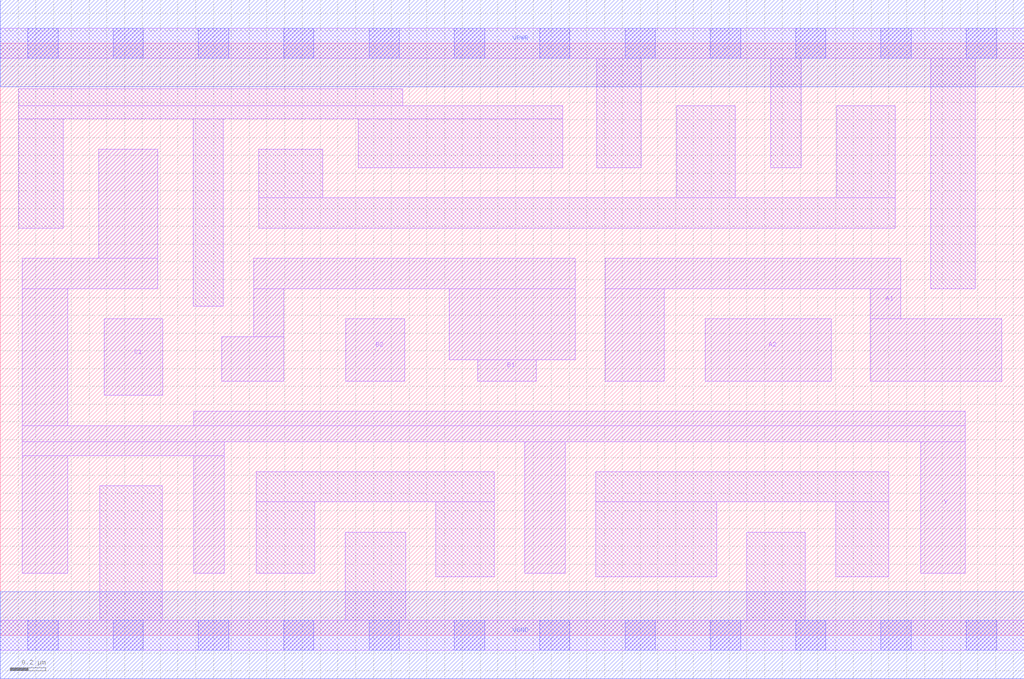
<source format=lef>
# Copyright 2020 The SkyWater PDK Authors
#
# Licensed under the Apache License, Version 2.0 (the "License");
# you may not use this file except in compliance with the License.
# You may obtain a copy of the License at
#
#     https://www.apache.org/licenses/LICENSE-2.0
#
# Unless required by applicable law or agreed to in writing, software
# distributed under the License is distributed on an "AS IS" BASIS,
# WITHOUT WARRANTIES OR CONDITIONS OF ANY KIND, either express or implied.
# See the License for the specific language governing permissions and
# limitations under the License.
#
# SPDX-License-Identifier: Apache-2.0

VERSION 5.7 ;
  NOWIREEXTENSIONATPIN ON ;
  DIVIDERCHAR "/" ;
  BUSBITCHARS "[]" ;
UNITS
  DATABASE MICRONS 200 ;
END UNITS
MACRO sky130_fd_sc_ms__a221oi_2
  CLASS CORE ;
  FOREIGN sky130_fd_sc_ms__a221oi_2 ;
  ORIGIN  0.000000  0.000000 ;
  SIZE  5.760000 BY  3.330000 ;
  SYMMETRY X Y ;
  SITE unit ;
  PIN A1
    ANTENNAGATEAREA  0.625200 ;
    DIRECTION INPUT ;
    USE SIGNAL ;
    PORT
      LAYER li1 ;
        RECT 3.405000 1.430000 3.735000 1.950000 ;
        RECT 3.405000 1.950000 5.065000 2.120000 ;
        RECT 4.895000 1.430000 5.635000 1.780000 ;
        RECT 4.895000 1.780000 5.065000 1.950000 ;
    END
  END A1
  PIN A2
    ANTENNAGATEAREA  0.625200 ;
    DIRECTION INPUT ;
    USE SIGNAL ;
    PORT
      LAYER li1 ;
        RECT 3.965000 1.430000 4.675000 1.780000 ;
    END
  END A2
  PIN B1
    ANTENNAGATEAREA  0.625200 ;
    DIRECTION INPUT ;
    USE SIGNAL ;
    PORT
      LAYER li1 ;
        RECT 1.245000 1.430000 1.595000 1.680000 ;
        RECT 1.425000 1.680000 1.595000 1.950000 ;
        RECT 1.425000 1.950000 3.235000 2.120000 ;
        RECT 2.525000 1.550000 3.235000 1.950000 ;
        RECT 2.685000 1.430000 3.015000 1.550000 ;
    END
  END B1
  PIN B2
    ANTENNAGATEAREA  0.625200 ;
    DIRECTION INPUT ;
    USE SIGNAL ;
    PORT
      LAYER li1 ;
        RECT 1.945000 1.430000 2.275000 1.780000 ;
    END
  END B2
  PIN C1
    ANTENNAGATEAREA  0.625200 ;
    DIRECTION INPUT ;
    USE SIGNAL ;
    PORT
      LAYER li1 ;
        RECT 0.585000 1.350000 0.915000 1.780000 ;
    END
  END C1
  PIN Y
    ANTENNADIFFAREA  1.138600 ;
    DIRECTION OUTPUT ;
    USE SIGNAL ;
    PORT
      LAYER li1 ;
        RECT 0.125000 0.350000 0.380000 1.010000 ;
        RECT 0.125000 1.010000 1.260000 1.090000 ;
        RECT 0.125000 1.090000 5.430000 1.180000 ;
        RECT 0.125000 1.180000 0.380000 1.950000 ;
        RECT 0.125000 1.950000 0.885000 2.120000 ;
        RECT 0.555000 2.120000 0.885000 2.735000 ;
        RECT 1.090000 0.350000 1.260000 1.010000 ;
        RECT 1.090000 1.180000 5.430000 1.260000 ;
        RECT 2.950000 0.350000 3.180000 1.090000 ;
        RECT 5.180000 0.350000 5.430000 1.090000 ;
    END
  END Y
  PIN VGND
    DIRECTION INOUT ;
    USE GROUND ;
    PORT
      LAYER met1 ;
        RECT 0.000000 -0.245000 5.760000 0.245000 ;
    END
  END VGND
  PIN VPWR
    DIRECTION INOUT ;
    USE POWER ;
    PORT
      LAYER met1 ;
        RECT 0.000000 3.085000 5.760000 3.575000 ;
    END
  END VPWR
  OBS
    LAYER li1 ;
      RECT 0.000000 -0.085000 5.760000 0.085000 ;
      RECT 0.000000  3.245000 5.760000 3.415000 ;
      RECT 0.105000  2.290000 0.355000 2.905000 ;
      RECT 0.105000  2.905000 3.165000 2.980000 ;
      RECT 0.105000  2.980000 2.265000 3.075000 ;
      RECT 0.560000  0.085000 0.910000 0.840000 ;
      RECT 1.085000  1.850000 1.255000 2.905000 ;
      RECT 1.440000  0.350000 1.770000 0.750000 ;
      RECT 1.440000  0.750000 2.780000 0.920000 ;
      RECT 1.455000  2.290000 5.035000 2.460000 ;
      RECT 1.455000  2.460000 1.815000 2.735000 ;
      RECT 1.940000  0.085000 2.280000 0.580000 ;
      RECT 2.015000  2.630000 3.165000 2.905000 ;
      RECT 2.450000  0.330000 2.780000 0.750000 ;
      RECT 3.350000  0.330000 4.030000 0.750000 ;
      RECT 3.350000  0.750000 5.000000 0.920000 ;
      RECT 3.355000  2.630000 3.605000 3.245000 ;
      RECT 3.805000  2.460000 4.135000 2.980000 ;
      RECT 4.200000  0.085000 4.530000 0.580000 ;
      RECT 4.335000  2.630000 4.505000 3.245000 ;
      RECT 4.700000  0.330000 5.000000 0.750000 ;
      RECT 4.705000  2.460000 5.035000 2.980000 ;
      RECT 5.235000  1.950000 5.485000 3.245000 ;
    LAYER mcon ;
      RECT 0.155000 -0.085000 0.325000 0.085000 ;
      RECT 0.155000  3.245000 0.325000 3.415000 ;
      RECT 0.635000 -0.085000 0.805000 0.085000 ;
      RECT 0.635000  3.245000 0.805000 3.415000 ;
      RECT 1.115000 -0.085000 1.285000 0.085000 ;
      RECT 1.115000  3.245000 1.285000 3.415000 ;
      RECT 1.595000 -0.085000 1.765000 0.085000 ;
      RECT 1.595000  3.245000 1.765000 3.415000 ;
      RECT 2.075000 -0.085000 2.245000 0.085000 ;
      RECT 2.075000  3.245000 2.245000 3.415000 ;
      RECT 2.555000 -0.085000 2.725000 0.085000 ;
      RECT 2.555000  3.245000 2.725000 3.415000 ;
      RECT 3.035000 -0.085000 3.205000 0.085000 ;
      RECT 3.035000  3.245000 3.205000 3.415000 ;
      RECT 3.515000 -0.085000 3.685000 0.085000 ;
      RECT 3.515000  3.245000 3.685000 3.415000 ;
      RECT 3.995000 -0.085000 4.165000 0.085000 ;
      RECT 3.995000  3.245000 4.165000 3.415000 ;
      RECT 4.475000 -0.085000 4.645000 0.085000 ;
      RECT 4.475000  3.245000 4.645000 3.415000 ;
      RECT 4.955000 -0.085000 5.125000 0.085000 ;
      RECT 4.955000  3.245000 5.125000 3.415000 ;
      RECT 5.435000 -0.085000 5.605000 0.085000 ;
      RECT 5.435000  3.245000 5.605000 3.415000 ;
  END
END sky130_fd_sc_ms__a221oi_2
END LIBRARY

</source>
